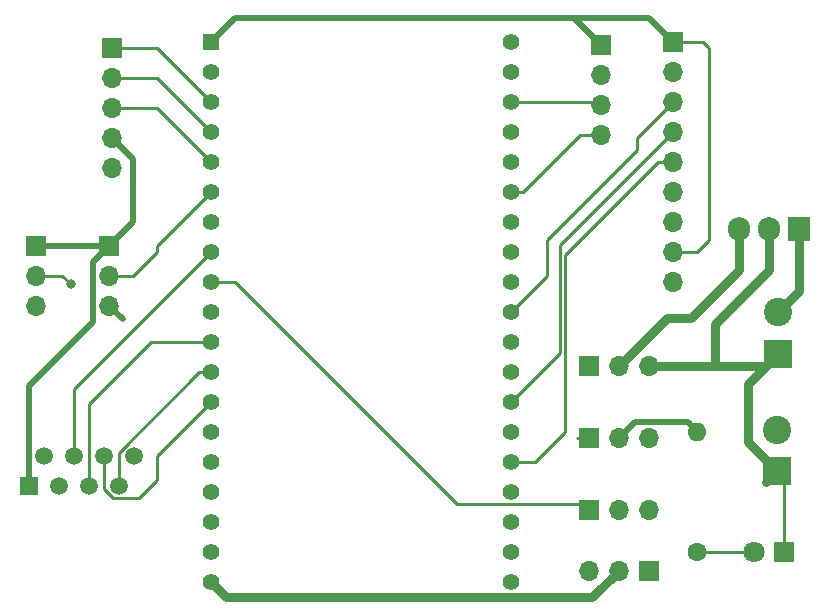
<source format=gbr>
%TF.GenerationSoftware,KiCad,Pcbnew,7.0.9*%
%TF.CreationDate,2024-05-07T23:03:20-04:00*%
%TF.ProjectId,Winder_V1,57696e64-6572-45f5-9631-2e6b69636164,rev?*%
%TF.SameCoordinates,Original*%
%TF.FileFunction,Copper,L1,Top*%
%TF.FilePolarity,Positive*%
%FSLAX46Y46*%
G04 Gerber Fmt 4.6, Leading zero omitted, Abs format (unit mm)*
G04 Created by KiCad (PCBNEW 7.0.9) date 2024-05-07 23:03:20*
%MOMM*%
%LPD*%
G01*
G04 APERTURE LIST*
%TA.AperFunction,ComponentPad*%
%ADD10C,1.600000*%
%TD*%
%TA.AperFunction,ComponentPad*%
%ADD11O,1.600000X1.600000*%
%TD*%
%TA.AperFunction,ComponentPad*%
%ADD12R,1.700000X1.700000*%
%TD*%
%TA.AperFunction,ComponentPad*%
%ADD13O,1.700000X1.700000*%
%TD*%
%TA.AperFunction,ComponentPad*%
%ADD14R,1.905000X2.000000*%
%TD*%
%TA.AperFunction,ComponentPad*%
%ADD15O,1.905000X2.000000*%
%TD*%
%TA.AperFunction,ComponentPad*%
%ADD16R,1.408000X1.408000*%
%TD*%
%TA.AperFunction,ComponentPad*%
%ADD17C,1.408000*%
%TD*%
%TA.AperFunction,ComponentPad*%
%ADD18R,1.800000X1.800000*%
%TD*%
%TA.AperFunction,ComponentPad*%
%ADD19C,1.800000*%
%TD*%
%TA.AperFunction,ComponentPad*%
%ADD20R,1.500000X1.500000*%
%TD*%
%TA.AperFunction,ComponentPad*%
%ADD21C,1.500000*%
%TD*%
%TA.AperFunction,ComponentPad*%
%ADD22R,2.400000X2.400000*%
%TD*%
%TA.AperFunction,ComponentPad*%
%ADD23C,2.400000*%
%TD*%
%TA.AperFunction,ViaPad*%
%ADD24C,0.800000*%
%TD*%
%TA.AperFunction,Conductor*%
%ADD25C,0.500000*%
%TD*%
%TA.AperFunction,Conductor*%
%ADD26C,0.250000*%
%TD*%
%TA.AperFunction,Conductor*%
%ADD27C,0.750000*%
%TD*%
G04 APERTURE END LIST*
D10*
%TO.P,R1,1*%
%TO.N,Net-(D1-A)*%
X160020000Y-88392000D03*
D11*
%TO.P,R1,2*%
%TO.N,+5V*%
X160020000Y-78232000D03*
%TD*%
D12*
%TO.P,J1\u002CI2CScreen1,1,Pin_1*%
%TO.N,+3.3V*%
X151892000Y-45476000D03*
D13*
%TO.P,J1\u002CI2CScreen1,2,Pin_2*%
%TO.N,GND*%
X151892000Y-48016000D03*
%TO.P,J1\u002CI2CScreen1,3,Pin_3*%
%TO.N,/SCL*%
X151892000Y-50556000D03*
%TO.P,J1\u002CI2CScreen1,4,Pin_4*%
%TO.N,/SDA*%
X151892000Y-53096000D03*
%TD*%
D12*
%TO.P,J6\u002CUSBJumper1,1,Pin_1*%
%TO.N,+5V*%
X155906000Y-89974000D03*
D13*
%TO.P,J6\u002CUSBJumper1,2,Pin_2*%
%TO.N,Net-(J6\u002CUSBJumper1-Pin_2)*%
X153366000Y-89974000D03*
%TO.P,J6\u002CUSBJumper1,3,Pin_3*%
%TO.N,unconnected-(J6\u002CUSBJumper1-Pin_3-Pad3)*%
X150826000Y-89974000D03*
%TD*%
D14*
%TO.P,U2,1,IN*%
%TO.N,Net-(J4\u002CPowerIn1-Pin_2)*%
X168656000Y-61031000D03*
D15*
%TO.P,U2,2,GND*%
%TO.N,GND*%
X166116000Y-61031000D03*
%TO.P,U2,3,OUT*%
%TO.N,+5V*%
X163576000Y-61031000D03*
%TD*%
D16*
%TO.P,U1,J2_1,3V3*%
%TO.N,+3.3V*%
X118850000Y-45210000D03*
D17*
%TO.P,U1,J2_2,EN*%
%TO.N,unconnected-(U1-EN-PadJ2_2)*%
X118850000Y-47750000D03*
%TO.P,U1,J2_3,SENSOR_VP*%
%TO.N,/EncA*%
X118850000Y-50290000D03*
%TO.P,U1,J2_4,SENSOR_VN*%
%TO.N,/EncB*%
X118850000Y-52830000D03*
%TO.P,U1,J2_5,IO34*%
%TO.N,/EncSW*%
X118850000Y-55370000D03*
%TO.P,U1,J2_6,IO35*%
%TO.N,/Enable*%
X118850000Y-57910000D03*
%TO.P,U1,J2_7,IO32*%
%TO.N,/JoyX*%
X118850000Y-60450000D03*
%TO.P,U1,J2_8,IO33*%
%TO.N,/JoyY*%
X118850000Y-62990000D03*
%TO.P,U1,J2_9,IO25*%
%TO.N,/Sensor*%
X118850000Y-65530000D03*
%TO.P,U1,J2_10,IO26*%
%TO.N,/Pot*%
X118850000Y-68070000D03*
%TO.P,U1,J2_11,IO27*%
%TO.N,/JoyB*%
X118850000Y-70610000D03*
%TO.P,U1,J2_12,IO14*%
%TO.N,/JoyPot*%
X118850000Y-73150000D03*
%TO.P,U1,J2_13,IO12*%
%TO.N,/JoySW*%
X118850000Y-75690000D03*
%TO.P,U1,J2_14,GND_J2_14*%
%TO.N,GND*%
X118850000Y-78230000D03*
%TO.P,U1,J2_15,IO13*%
%TO.N,unconnected-(U1-IO13-PadJ2_15)*%
X118850000Y-80770000D03*
%TO.P,U1,J2_16,SD2*%
%TO.N,unconnected-(U1-SD2-PadJ2_16)*%
X118850000Y-83310000D03*
%TO.P,U1,J2_17,SD3*%
%TO.N,unconnected-(U1-SD3-PadJ2_17)*%
X118850000Y-85850000D03*
%TO.P,U1,J2_18,CMD*%
%TO.N,unconnected-(U1-CMD-PadJ2_18)*%
X118850000Y-88390000D03*
%TO.P,U1,J2_19,EXT_5V*%
%TO.N,Net-(J6\u002CUSBJumper1-Pin_2)*%
X118850000Y-90930000D03*
%TO.P,U1,J3_1,GND_J3_1*%
%TO.N,GND*%
X144250000Y-45210000D03*
%TO.P,U1,J3_2,IO23*%
%TO.N,/MOSI*%
X144250000Y-47750000D03*
%TO.P,U1,J3_3,IO22*%
%TO.N,/SCL*%
X144250000Y-50290000D03*
%TO.P,U1,J3_4,TXD0*%
%TO.N,unconnected-(U1-TXD0-PadJ3_4)*%
X144250000Y-52830000D03*
%TO.P,U1,J3_5,RXD0*%
%TO.N,unconnected-(U1-RXD0-PadJ3_5)*%
X144250000Y-55370000D03*
%TO.P,U1,J3_6,IO21*%
%TO.N,/SDA*%
X144250000Y-57910000D03*
%TO.P,U1,J3_7,GND_J3_7*%
%TO.N,unconnected-(U1-GND_J3_7-PadJ3_7)*%
X144250000Y-60450000D03*
%TO.P,U1,J3_8,IO19*%
%TO.N,/MISO*%
X144250000Y-62990000D03*
%TO.P,U1,J3_9,IO18*%
%TO.N,/SCK*%
X144250000Y-65530000D03*
%TO.P,U1,J3_10,IO5*%
%TO.N,/CS*%
X144250000Y-68070000D03*
%TO.P,U1,J3_11,IO17*%
%TO.N,/Servo*%
X144250000Y-70610000D03*
%TO.P,U1,J3_12,IO16*%
%TO.N,/Motor*%
X144250000Y-73150000D03*
%TO.P,U1,J3_13,IO4*%
%TO.N,/RST*%
X144250000Y-75690000D03*
%TO.P,U1,J3_14,IO0*%
%TO.N,unconnected-(U1-IO0-PadJ3_14)*%
X144250000Y-78230000D03*
%TO.P,U1,J3_15,IO2*%
%TO.N,/DC*%
X144250000Y-80770000D03*
%TO.P,U1,J3_16,IO15*%
%TO.N,unconnected-(U1-IO15-PadJ3_16)*%
X144250000Y-83310000D03*
%TO.P,U1,J3_17,SD1*%
%TO.N,unconnected-(U1-SD1-PadJ3_17)*%
X144250000Y-85850000D03*
%TO.P,U1,J3_18,SD0*%
%TO.N,unconnected-(U1-SD0-PadJ3_18)*%
X144250000Y-88390000D03*
%TO.P,U1,J3_19,CLK*%
%TO.N,unconnected-(U1-CLK-PadJ3_19)*%
X144250000Y-90930000D03*
%TD*%
D18*
%TO.P,D1,1,K*%
%TO.N,GND*%
X167391000Y-88392000D03*
D19*
%TO.P,D1,2,A*%
%TO.N,Net-(D1-A)*%
X164851000Y-88392000D03*
%TD*%
D12*
%TO.P,J2,1,Pin_1*%
%TO.N,+3.3V*%
X157988000Y-45212000D03*
D13*
%TO.P,J2,2,Pin_2*%
%TO.N,GND*%
X157988000Y-47752000D03*
%TO.P,J2,3,Pin_3*%
%TO.N,/CS*%
X157988000Y-50292000D03*
%TO.P,J2,4,Pin_4*%
%TO.N,/RST*%
X157988000Y-52832000D03*
%TO.P,J2,5,Pin_5*%
%TO.N,/DC*%
X157988000Y-55372000D03*
%TO.P,J2,6,Pin_6*%
%TO.N,/MOSI*%
X157988000Y-57912000D03*
%TO.P,J2,7,Pin_7*%
%TO.N,/SCK*%
X157988000Y-60452000D03*
%TO.P,J2,8,Pin_8*%
%TO.N,+3.3V*%
X157988000Y-62992000D03*
%TO.P,J2,9,Pin_9*%
%TO.N,/MISO*%
X157988000Y-65532000D03*
%TD*%
D20*
%TO.P,J1,1*%
%TO.N,+3.3V*%
X103413500Y-82784000D03*
D21*
%TO.P,J1,2*%
%TO.N,GND*%
X104683500Y-80244000D03*
%TO.P,J1,3*%
%TO.N,/JoyX*%
X105953500Y-82784000D03*
%TO.P,J1,4*%
%TO.N,/JoyY*%
X107223500Y-80244000D03*
%TO.P,J1,5*%
%TO.N,/JoyB*%
X108493500Y-82784000D03*
%TO.P,J1,6*%
%TO.N,/JoySW*%
X109763500Y-80244000D03*
%TO.P,J1,7*%
%TO.N,/JoyPot*%
X111033500Y-82784000D03*
%TO.P,J1,8*%
%TO.N,unconnected-(J1-Pad8)*%
X112303500Y-80244000D03*
%TD*%
D22*
%TO.P,J4\u002CPowerIn2,1,Pin_1*%
%TO.N,GND*%
X166778000Y-81562000D03*
D23*
%TO.P,J4\u002CPowerIn2,2,Pin_2*%
%TO.N,Net-(J4\u002CPowerIn1-Pin_2)*%
X166778000Y-78062000D03*
%TD*%
D12*
%TO.P,J5\u002CSpeedPot1,1,Pin_1*%
%TO.N,+3.3V*%
X104000000Y-62475000D03*
D13*
%TO.P,J5\u002CSpeedPot1,2,Pin_2*%
%TO.N,/Pot*%
X104000000Y-65015000D03*
%TO.P,J5\u002CSpeedPot1,3,Pin_3*%
%TO.N,GND*%
X104000000Y-67555000D03*
%TD*%
D22*
%TO.P,J4\u002CPowerIn1,1,Pin_1*%
%TO.N,GND*%
X166878000Y-71628000D03*
D23*
%TO.P,J4\u002CPowerIn1,2,Pin_2*%
%TO.N,Net-(J4\u002CPowerIn1-Pin_2)*%
X166878000Y-68128000D03*
%TD*%
D12*
%TO.P,J2\u002CPowerSW1,1,Pin_1*%
%TO.N,+3.3V*%
X110250000Y-62475000D03*
D13*
%TO.P,J2\u002CPowerSW1,2,Pin_2*%
%TO.N,/Enable*%
X110250000Y-65015000D03*
%TO.P,J2\u002CPowerSW1,3,Pin_3*%
%TO.N,GND*%
X110250000Y-67555000D03*
%TD*%
D12*
%TO.P,J1\u002CServoDrive1,1,Pin_1*%
%TO.N,/Servo*%
X150876000Y-72644000D03*
D13*
%TO.P,J1\u002CServoDrive1,2,Pin_2*%
%TO.N,+5V*%
X153416000Y-72644000D03*
%TO.P,J1\u002CServoDrive1,3,Pin_3*%
%TO.N,GND*%
X155956000Y-72644000D03*
%TD*%
D12*
%TO.P,J1\u002CRotaryEnc1,1,Pin_1*%
%TO.N,/EncA*%
X110490000Y-45750000D03*
D13*
%TO.P,J1\u002CRotaryEnc1,2,Pin_2*%
%TO.N,/EncB*%
X110490000Y-48290000D03*
%TO.P,J1\u002CRotaryEnc1,3,Pin_3*%
%TO.N,/EncSW*%
X110490000Y-50830000D03*
%TO.P,J1\u002CRotaryEnc1,4,Pin_4*%
%TO.N,+3.3V*%
X110490000Y-53370000D03*
%TO.P,J1\u002CRotaryEnc1,5,Pin_5*%
%TO.N,GND*%
X110490000Y-55910000D03*
%TD*%
D12*
%TO.P,J3SensorDrive1,1,Pin_1*%
%TO.N,/Sensor*%
X150891000Y-84836000D03*
D13*
%TO.P,J3SensorDrive1,2,Pin_2*%
%TO.N,+5V*%
X153431000Y-84836000D03*
%TO.P,J3SensorDrive1,3,Pin_3*%
%TO.N,GND*%
X155971000Y-84836000D03*
%TD*%
D12*
%TO.P,J2\u002CMotorDrive1,1,Pin_1*%
%TO.N,/Motor*%
X150891000Y-78740000D03*
D13*
%TO.P,J2\u002CMotorDrive1,2,Pin_2*%
%TO.N,+5V*%
X153431000Y-78740000D03*
%TO.P,J2\u002CMotorDrive1,3,Pin_3*%
%TO.N,GND*%
X155971000Y-78740000D03*
%TD*%
D24*
%TO.N,/Pot*%
X107000000Y-65750000D03*
%TD*%
D25*
%TO.N,+3.3V*%
X112268000Y-55148000D02*
X110490000Y-53370000D01*
X148844000Y-43180000D02*
X155956000Y-43180000D01*
D26*
X157988000Y-62992000D02*
X160020000Y-62992000D01*
D25*
X103413500Y-74386500D02*
X103413500Y-82784000D01*
X149596000Y-43180000D02*
X151892000Y-45476000D01*
D26*
X160528000Y-45212000D02*
X157988000Y-45212000D01*
D25*
X110250000Y-62475000D02*
X108850000Y-63875000D01*
X110250000Y-62475000D02*
X104000000Y-62475000D01*
X148844000Y-43180000D02*
X149596000Y-43180000D01*
X120880000Y-43180000D02*
X148844000Y-43180000D01*
X112268000Y-60457000D02*
X112268000Y-55148000D01*
X110250000Y-62475000D02*
X112268000Y-60457000D01*
D26*
X161036000Y-45720000D02*
X160528000Y-45212000D01*
X161036000Y-61976000D02*
X161036000Y-45720000D01*
D25*
X118850000Y-45210000D02*
X120880000Y-43180000D01*
X108850000Y-68950000D02*
X103413500Y-74386500D01*
D26*
X160020000Y-62992000D02*
X161036000Y-61976000D01*
D25*
X155956000Y-43180000D02*
X157988000Y-45212000D01*
X108850000Y-63875000D02*
X108850000Y-68950000D01*
D27*
%TO.N,GND*%
X166778000Y-81562000D02*
X165862000Y-82478000D01*
X166116000Y-61031000D02*
X166116000Y-64516000D01*
D26*
X167391000Y-82175000D02*
X166778000Y-81562000D01*
D25*
X111390000Y-68695000D02*
X110250000Y-67555000D01*
D27*
X166878000Y-71628000D02*
X164338000Y-74168000D01*
D26*
X167391000Y-88392000D02*
X167391000Y-82175000D01*
D27*
X164338000Y-79122000D02*
X166778000Y-81562000D01*
X161544000Y-72644000D02*
X165862000Y-72644000D01*
X155956000Y-72644000D02*
X161544000Y-72644000D01*
X165862000Y-72644000D02*
X166878000Y-71628000D01*
X164338000Y-74168000D02*
X164338000Y-79122000D01*
X166116000Y-64516000D02*
X161544000Y-69088000D01*
X161544000Y-69088000D02*
X161544000Y-72644000D01*
D26*
%TO.N,/JoyY*%
X107223500Y-74616500D02*
X118850000Y-62990000D01*
X107223500Y-80244000D02*
X107223500Y-74616500D01*
%TO.N,/JoyB*%
X118850000Y-70610000D02*
X113794000Y-70610000D01*
X108493500Y-75910500D02*
X108493500Y-82784000D01*
X113794000Y-70610000D02*
X108493500Y-75910500D01*
%TO.N,/JoySW*%
X114300000Y-80240000D02*
X118850000Y-75690000D01*
X112737000Y-83859000D02*
X114300000Y-82296000D01*
X109763500Y-83034280D02*
X110588220Y-83859000D01*
X114300000Y-82296000D02*
X114300000Y-80240000D01*
X110588220Y-83859000D02*
X112737000Y-83859000D01*
X109763500Y-80244000D02*
X109763500Y-83034280D01*
%TO.N,/JoyPot*%
X117877220Y-73150000D02*
X118850000Y-73150000D01*
X111033500Y-82784000D02*
X111033500Y-79993720D01*
X111033500Y-79993720D02*
X117877220Y-73150000D01*
%TO.N,/SCL*%
X151626000Y-50290000D02*
X151892000Y-50556000D01*
X144250000Y-50290000D02*
X151626000Y-50290000D01*
%TO.N,/SDA*%
X150104000Y-53096000D02*
X151892000Y-53096000D01*
X144250000Y-57910000D02*
X145290000Y-57910000D01*
X145290000Y-57910000D02*
X150104000Y-53096000D01*
%TO.N,/EncA*%
X114280000Y-45720000D02*
X113792000Y-45720000D01*
X113762000Y-45750000D02*
X110490000Y-45750000D01*
X113792000Y-45720000D02*
X113762000Y-45750000D01*
X118850000Y-50290000D02*
X114280000Y-45720000D01*
%TO.N,/EncB*%
X118850000Y-52830000D02*
X114300000Y-48280000D01*
X114300000Y-48280000D02*
X114300000Y-48260000D01*
X114300000Y-48260000D02*
X114270000Y-48290000D01*
X114270000Y-48290000D02*
X110490000Y-48290000D01*
%TO.N,/EncSW*%
X114270000Y-50830000D02*
X110490000Y-50830000D01*
X114300000Y-50800000D02*
X114270000Y-50830000D01*
X118850000Y-55370000D02*
X114300000Y-50820000D01*
X114300000Y-50820000D02*
X114300000Y-50800000D01*
%TO.N,/Sensor*%
X150394000Y-84339000D02*
X150891000Y-84836000D01*
X139711000Y-84339000D02*
X150394000Y-84339000D01*
X118850000Y-65530000D02*
X120902000Y-65530000D01*
X120902000Y-65530000D02*
X139711000Y-84339000D01*
D25*
%TO.N,+5V*%
X160020000Y-78232000D02*
X159220001Y-77432001D01*
X159220001Y-77432001D02*
X154738999Y-77432001D01*
D27*
X153416000Y-72644000D02*
X157480000Y-68580000D01*
X159512000Y-68580000D02*
X163576000Y-64516000D01*
X163576000Y-64516000D02*
X163576000Y-61031000D01*
X157480000Y-68580000D02*
X159512000Y-68580000D01*
D25*
X154738999Y-77432001D02*
X153431000Y-78740000D01*
D26*
%TO.N,/CS*%
X147320000Y-61976000D02*
X154940000Y-54356000D01*
X144250000Y-68070000D02*
X147320000Y-65000000D01*
X147320000Y-65000000D02*
X147320000Y-61976000D01*
X154940000Y-54356000D02*
X154940000Y-53340000D01*
X154940000Y-53340000D02*
X157988000Y-50292000D01*
%TO.N,/RST*%
X144250000Y-75690000D02*
X148394000Y-71546000D01*
X148394000Y-71546000D02*
X148394000Y-62426000D01*
X148394000Y-62426000D02*
X157988000Y-52832000D01*
%TO.N,/DC*%
X144250000Y-80770000D02*
X146306000Y-80770000D01*
X148844000Y-78232000D02*
X148844000Y-63246000D01*
X146306000Y-80770000D02*
X148844000Y-78232000D01*
X148844000Y-63246000D02*
X156718000Y-55372000D01*
X156718000Y-55372000D02*
X157988000Y-55372000D01*
%TO.N,/Motor*%
X149840000Y-78740000D02*
X150891000Y-78740000D01*
%TO.N,/Enable*%
X114250000Y-63000000D02*
X114250000Y-62510000D01*
X110250000Y-65015000D02*
X112235000Y-65015000D01*
X114250000Y-62510000D02*
X118850000Y-57910000D01*
X112235000Y-65015000D02*
X114250000Y-63000000D01*
D27*
%TO.N,Net-(J4\u002CPowerIn1-Pin_2)*%
X166878000Y-68128000D02*
X168656000Y-66350000D01*
X168656000Y-66350000D02*
X168656000Y-61031000D01*
D26*
%TO.N,/Pot*%
X107000000Y-65750000D02*
X106265000Y-65015000D01*
X106265000Y-65015000D02*
X104000000Y-65015000D01*
D27*
%TO.N,Net-(J6\u002CUSBJumper1-Pin_2)*%
X120129000Y-92209000D02*
X151131000Y-92209000D01*
X118850000Y-90930000D02*
X120129000Y-92209000D01*
X151131000Y-92209000D02*
X153366000Y-89974000D01*
D26*
%TO.N,Net-(D1-A)*%
X160020000Y-88392000D02*
X164851000Y-88392000D01*
%TD*%
M02*

</source>
